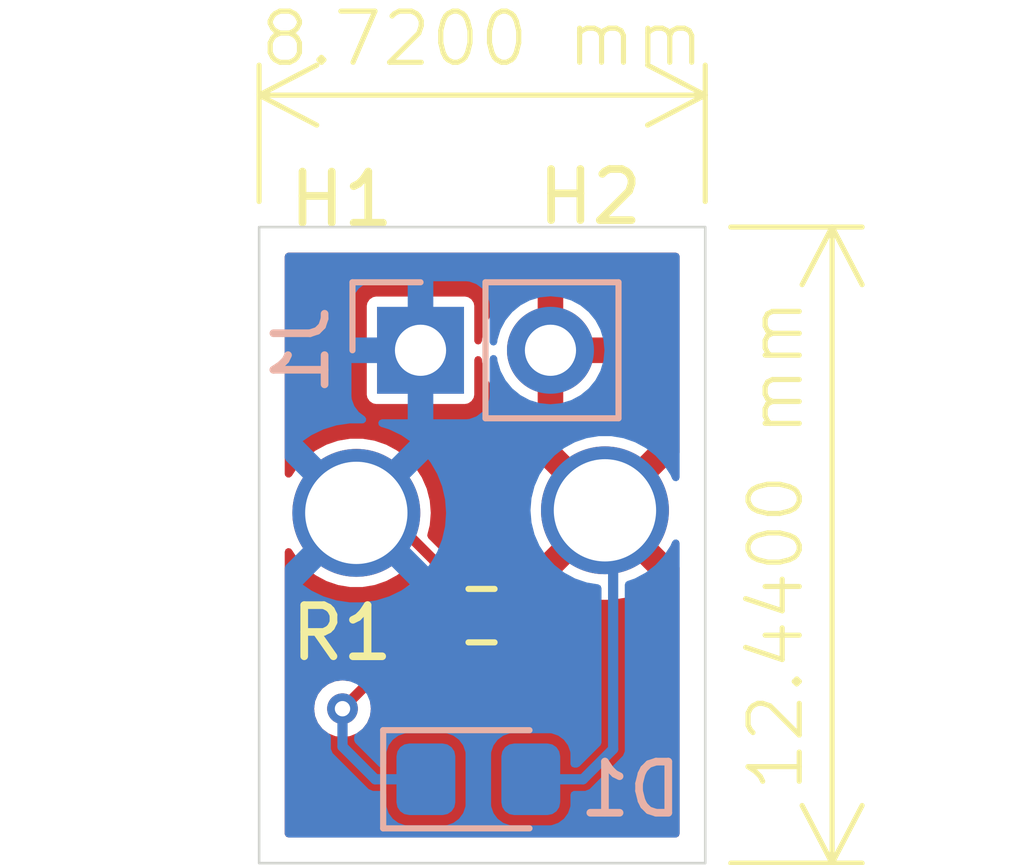
<source format=kicad_pcb>
(kicad_pcb (version 20240108) (generator "pcbnew") (generator_version "8.0")
  (layers (0 "F.Cu" signal) (31 "B.Cu" signal) (34 "B.Paste" user) (35 "F.Paste" user) (36 "B.SilkS" user "B.Silkscreen") (37 "F.SilkS" user "F.Silkscreen") (38 "B.Mask" user) (39 "F.Mask" user) (44 "Edge.Cuts" user))
  (net 0 "")
  (net 1 "Net-(D1-K)")
  (net 2 "LED2")
  (net 3 "LED1")
  (footprint "MountingHole:MT_Hole" (layer "F.Cu") (at 139.1 90.56)
    (property "Reference" "H1" (at -0.29 -6.13 0) (layer "F.SilkS"))
    (property "Value" "MountingHole_Pad")
    (pad "1" thru_hole circle (at 0 0) (size 2.5 2.5) (drill 2) (layers "*.Cu" "*.Mask") (net 3 "LED1"))
  )
  (footprint "MountingHole:MT_Hole" (layer "F.Cu") (at 143.96 90.51)
    (property "Reference" "H2" (at -0.29 -6.13 0) (layer "F.SilkS"))
    (property "Value" "MountingHole_Pad")
    (pad "1" thru_hole circle (at 0 0) (size 2.5 2.5) (drill 2) (layers "*.Cu" "*.Mask") (net 2 "LED2"))
  )
  (footprint "Resistor_SMD:R_0603_1608Metric_Pad0.98x0.95mm_HandSolder" (layer "F.Cu") (at 141.5475 92.57 180)
    (property "Reference" "R1" (at 2.7275 -0.34 180) (layer "F.SilkS"))
    (property "Value" "R")
    (fp_line (start -0.254724 0.5225) (end 0.254724 0.5225) (stroke (width 0.12)) (layer "F.SilkS"))
    (fp_line (start -0.254724 -0.5225) (end 0.254724 -0.5225) (stroke (width 0.12)) (layer "F.SilkS"))
    (pad "1" smd roundrect (at -0.9125 0 180) (size 0.975 0.95) (layers "F.Cu" "F.Paste" "F.Mask") (net 1 "Net-(D1-K)"))
    (pad "2" smd roundrect (at 0.9125 0 180) (size 0.975 0.95) (layers "F.Cu" "F.Paste" "F.Mask") (net 3 "LED1"))
  )
  (footprint "LED_SMD:LED_0805_2012Metric_Pad1.15x1.40mm_HandSolder" (layer "B.Cu") (at 141.485 95.77)
    (property "Reference" "D1" (at 2.975 0.2 0) (layer "B.SilkS") (effects (justify mirror)))
    (property "Value" "LED")
    (fp_line (start -1.86 -0.96) (end -1.86 0.96) (stroke (width 0.12)) (layer "B.SilkS"))
    (fp_line (start -1.86 0.96) (end 1 0.96) (stroke (width 0.12)) (layer "B.SilkS"))
    (fp_line (start 1 -0.96) (end -1.86 -0.96) (stroke (width 0.12)) (layer "B.SilkS"))
    (pad "1" smd roundrect (at -1.025 0) (size 1.15 1.4) (layers "B.Cu" "B.Paste" "B.Mask") (roundrect_rratio 0.217391) (net 1 "Net-(D1-K)"))
    (pad "2" smd roundrect (at 1.025 0) (size 1.15 1.4) (layers "B.Cu" "B.Paste" "B.Mask") (roundrect_rratio 0.217391) (net 2 "LED2"))
  )
  (footprint "Connector_PinHeader_2.54mm:PinHeader_1x02_P2.54mm_Vertical" (layer "B.Cu") (at 140.355 87.38 -90)
    (property "Reference" "J1" (at 0 2.33 90) (layer "B.SilkS") (effects (justify mirror)))
    (property "Value" "Conn_01x02_Pin")
    (fp_line (start -1.33 1.33) (end -1.33 0) (stroke (width 0.12)) (layer "B.SilkS"))
    (fp_line (start 0 1.33) (end -1.33 1.33) (stroke (width 0.12)) (layer "B.SilkS"))
    (fp_line (start 1.33 -1.27) (end -1.33 -1.27) (stroke (width 0.12)) (layer "B.SilkS"))
    (fp_line (start -1.33 -3.87) (end -1.33 -1.27) (stroke (width 0.12)) (layer "B.SilkS"))
    (fp_line (start 1.33 -3.87) (end 1.33 -1.27) (stroke (width 0.12)) (layer "B.SilkS"))
    (fp_line (start 1.33 -3.87) (end -1.33 -3.87) (stroke (width 0.12)) (layer "B.SilkS"))
    (pad "1" thru_hole rect (at 0 0 270) (size 1.7 1.7) (drill 1) (layers "*.Cu" "*.Mask") (net 3 "LED1"))
    (pad "2" thru_hole oval (at 0 -2.54 270) (size 1.7 1.7) (drill 1) (layers "*.Cu" "*.Mask") (net 2 "LED2"))
  )
  (gr_rect (start 137.2 84.97) (end 145.92 97.41) (stroke (width 0.05)) (fill none) (layer "Edge.Cuts"))
  (dimension (type aligned) (layer "F.SilkS") (pts (xy 137.2 84.97) (xy 145.92 84.97)) (height -2.58) (gr_text "8.7200 mm" (at 141.56 81.29 0) (layer "F.SilkS") (effects (font (size 1 1) (thickness 0.1)))) (format (prefix "") (suffix "") (units 3) (units_format 1) (precision 4)) (style (thickness 0.1) (arrow_length 1.27) (text_position_mode 0) (extension_height 0.58642) (extension_offset 0.5) keep_text_aligned))
  (dimension (type aligned) (layer "F.SilkS") (pts (xy 145.92 84.97) (xy 145.92 97.41)) (height -2.48) (gr_text "12.4400 mm" (at 147.3 91.19 90) (layer "F.SilkS") (effects (font (size 1 1) (thickness 0.1)))) (format (prefix "") (suffix "") (units 3) (units_format 1) (precision 4)) (style (thickness 0.1) (arrow_length 1.27) (text_position_mode 0) (extension_height 0.58642) (extension_offset 0.5) keep_text_aligned))
  (segment (start 142.46 93.22) (end 142.46 92.57) (width 0.2) (layer "F.Cu") (net 1))
  (segment (start 139.41 93.81) (end 141.87 93.81) (width 0.2) (layer "F.Cu") (net 1))
  (segment (start 141.87 93.81) (end 142.46 93.22) (width 0.2) (layer "F.Cu") (net 1))
  (segment (start 138.83 94.39) (end 139.41 93.81) (width 0.2) (layer "F.Cu") (net 1))
  (via (at 138.83 94.39) (size 0.6) (drill 0.3) (layers "F.Cu" "B.Cu") (net 1))
  (segment (start 138.83 94.39) (end 138.83 95.13) (width 0.2) (layer "B.Cu") (net 1))
  (segment (start 138.83 95.13) (end 139.47 95.77) (width 0.2) (layer "B.Cu") (net 1))
  (segment (start 139.47 95.77) (end 140.46 95.77) (width 0.2) (layer "B.Cu") (net 1))
  (segment (start 144.12 95.18) (end 144.12 90.5) (width 0.2) (layer "B.Cu") (net 2))
  (segment (start 143.53 95.77) (end 144.12 95.18) (width 0.2) (layer "B.Cu") (net 2))
  (segment (start 142.51 95.77) (end 143.53 95.77) (width 0.2) (layer "B.Cu") (net 2))
  (segment (start 140.635 91.505) (end 139.63 90.5) (width 0.2) (layer "F.Cu") (net 3))
  (segment (start 139.63 90.5) (end 138.97 90.5) (width 0.2) (layer "F.Cu") (net 3))
  (segment (start 140.635 92.57) (end 140.635 91.505) (width 0.2) (layer "F.Cu") (net 3))
  (zone (net 2) (net_name "LED2") (layer "F.Cu") (priority 1) (connect_pads (clearance 0.1524)) (min_thickness 0.1524) (fill yes (thermal_gap 0.5) (thermal_bridge_width 0.5))
    (polygon (pts (xy 137.26 85.04) (xy 145.87 85.01) (xy 145.86 97.36) (xy 137.3 97.29)))
  )
  (zone (net 3) (net_name "LED1") (layer "B.Cu") (connect_pads (clearance 0.1524)) (min_thickness 0.1524) (fill yes (thermal_gap 0.5) (thermal_bridge_width 0.5))
    (polygon (pts (xy 138.79 85.02) (xy 145.85 85.03) (xy 145.86 97.36) (xy 137.25 97.34) (xy 137.25 85.03)))
  )
)
</source>
